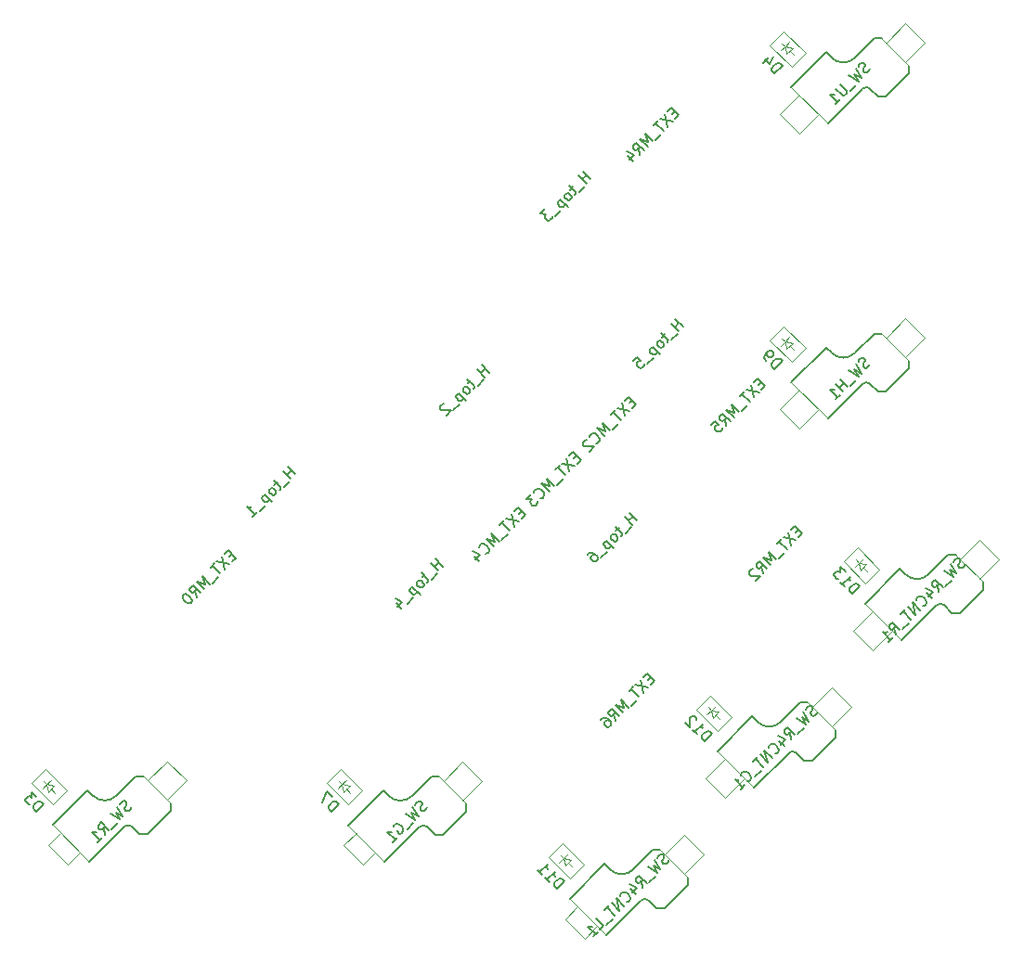
<source format=gbr>
G04 #@! TF.GenerationSoftware,KiCad,Pcbnew,8.0.5*
G04 #@! TF.CreationDate,2024-09-18T07:32:08+09:00*
G04 #@! TF.ProjectId,SandyLP_Middle,53616e64-794c-4505-9f4d-6964646c652e,v.0*
G04 #@! TF.SameCoordinates,Original*
G04 #@! TF.FileFunction,AssemblyDrawing,Bot*
%FSLAX46Y46*%
G04 Gerber Fmt 4.6, Leading zero omitted, Abs format (unit mm)*
G04 Created by KiCad (PCBNEW 8.0.5) date 2024-09-18 07:32:08*
%MOMM*%
%LPD*%
G01*
G04 APERTURE LIST*
%ADD10C,0.150000*%
%ADD11C,0.120000*%
%ADD12C,0.100000*%
G04 APERTURE END LIST*
D10*
X199041512Y-69880904D02*
X198974168Y-70015591D01*
X198974168Y-70015591D02*
X198805809Y-70183950D01*
X198805809Y-70183950D02*
X198704794Y-70217622D01*
X198704794Y-70217622D02*
X198637451Y-70217622D01*
X198637451Y-70217622D02*
X198536435Y-70183950D01*
X198536435Y-70183950D02*
X198469092Y-70116606D01*
X198469092Y-70116606D02*
X198435420Y-70015591D01*
X198435420Y-70015591D02*
X198435420Y-69948248D01*
X198435420Y-69948248D02*
X198469092Y-69847232D01*
X198469092Y-69847232D02*
X198570107Y-69678874D01*
X198570107Y-69678874D02*
X198603779Y-69577858D01*
X198603779Y-69577858D02*
X198603779Y-69510515D01*
X198603779Y-69510515D02*
X198570107Y-69409500D01*
X198570107Y-69409500D02*
X198502764Y-69342156D01*
X198502764Y-69342156D02*
X198401748Y-69308484D01*
X198401748Y-69308484D02*
X198334405Y-69308484D01*
X198334405Y-69308484D02*
X198233390Y-69342156D01*
X198233390Y-69342156D02*
X198065031Y-69510515D01*
X198065031Y-69510515D02*
X197997687Y-69645202D01*
X197728313Y-69847232D02*
X198267061Y-70722698D01*
X198267061Y-70722698D02*
X197627298Y-70352309D01*
X197627298Y-70352309D02*
X197997687Y-70992072D01*
X197997687Y-70992072D02*
X197122222Y-70453324D01*
X197795657Y-71328789D02*
X197256909Y-71867537D01*
X196617145Y-72372614D02*
X196516130Y-71800194D01*
X197021206Y-71968553D02*
X196314100Y-71261446D01*
X196314100Y-71261446D02*
X196044726Y-71530820D01*
X196044726Y-71530820D02*
X196011054Y-71631835D01*
X196011054Y-71631835D02*
X196011054Y-71699179D01*
X196011054Y-71699179D02*
X196044726Y-71800194D01*
X196044726Y-71800194D02*
X196145741Y-71901209D01*
X196145741Y-71901209D02*
X196246756Y-71934881D01*
X196246756Y-71934881D02*
X196314100Y-71934881D01*
X196314100Y-71934881D02*
X196415115Y-71901209D01*
X196415115Y-71901209D02*
X196684489Y-71631835D01*
X195539649Y-72507301D02*
X196011054Y-72978705D01*
X195438634Y-72069568D02*
X196112069Y-72406286D01*
X196112069Y-72406286D02*
X195674336Y-72844018D01*
X195169260Y-73685812D02*
X195236604Y-73685812D01*
X195236604Y-73685812D02*
X195371291Y-73618469D01*
X195371291Y-73618469D02*
X195438634Y-73551125D01*
X195438634Y-73551125D02*
X195505978Y-73416438D01*
X195505978Y-73416438D02*
X195505978Y-73281751D01*
X195505978Y-73281751D02*
X195472306Y-73180736D01*
X195472306Y-73180736D02*
X195371291Y-73012377D01*
X195371291Y-73012377D02*
X195270275Y-72911362D01*
X195270275Y-72911362D02*
X195101917Y-72810347D01*
X195101917Y-72810347D02*
X195000901Y-72776675D01*
X195000901Y-72776675D02*
X194866214Y-72776675D01*
X194866214Y-72776675D02*
X194731527Y-72844018D01*
X194731527Y-72844018D02*
X194664184Y-72911362D01*
X194664184Y-72911362D02*
X194596840Y-73046049D01*
X194596840Y-73046049D02*
X194596840Y-73113392D01*
X194933558Y-74056201D02*
X194226451Y-73349095D01*
X194226451Y-73349095D02*
X194529497Y-74460262D01*
X194529497Y-74460262D02*
X193822390Y-73753156D01*
X193586688Y-73988858D02*
X193182627Y-74392919D01*
X194091764Y-74897995D02*
X193384657Y-74190888D01*
X193889733Y-75234713D02*
X193350985Y-75773461D01*
X192711222Y-76278537D02*
X192610207Y-75706118D01*
X193115283Y-75874476D02*
X192408176Y-75167370D01*
X192408176Y-75167370D02*
X192138802Y-75436744D01*
X192138802Y-75436744D02*
X192105130Y-75537759D01*
X192105130Y-75537759D02*
X192105130Y-75605102D01*
X192105130Y-75605102D02*
X192138802Y-75706118D01*
X192138802Y-75706118D02*
X192239817Y-75807133D01*
X192239817Y-75807133D02*
X192340833Y-75840805D01*
X192340833Y-75840805D02*
X192408176Y-75840805D01*
X192408176Y-75840805D02*
X192509191Y-75807133D01*
X192509191Y-75807133D02*
X192778565Y-75537759D01*
X192037787Y-76951972D02*
X192441848Y-76547911D01*
X192239817Y-76749942D02*
X191532711Y-76042835D01*
X191532711Y-76042835D02*
X191701069Y-76076507D01*
X191701069Y-76076507D02*
X191835756Y-76076507D01*
X191835756Y-76076507D02*
X191936772Y-76042835D01*
X190370193Y-24670685D02*
X190302850Y-24805372D01*
X190302850Y-24805372D02*
X190134491Y-24973731D01*
X190134491Y-24973731D02*
X190033476Y-25007403D01*
X190033476Y-25007403D02*
X189966132Y-25007403D01*
X189966132Y-25007403D02*
X189865117Y-24973731D01*
X189865117Y-24973731D02*
X189797774Y-24906388D01*
X189797774Y-24906388D02*
X189764102Y-24805372D01*
X189764102Y-24805372D02*
X189764102Y-24738029D01*
X189764102Y-24738029D02*
X189797774Y-24637014D01*
X189797774Y-24637014D02*
X189898789Y-24468655D01*
X189898789Y-24468655D02*
X189932461Y-24367640D01*
X189932461Y-24367640D02*
X189932461Y-24300296D01*
X189932461Y-24300296D02*
X189898789Y-24199281D01*
X189898789Y-24199281D02*
X189831445Y-24131937D01*
X189831445Y-24131937D02*
X189730430Y-24098266D01*
X189730430Y-24098266D02*
X189663087Y-24098266D01*
X189663087Y-24098266D02*
X189562071Y-24131937D01*
X189562071Y-24131937D02*
X189393713Y-24300296D01*
X189393713Y-24300296D02*
X189326369Y-24434983D01*
X189056995Y-24637014D02*
X189595743Y-25512479D01*
X189595743Y-25512479D02*
X188955980Y-25142090D01*
X188955980Y-25142090D02*
X189326369Y-25781853D01*
X189326369Y-25781853D02*
X188450904Y-25243105D01*
X189124339Y-26118571D02*
X188585591Y-26657319D01*
X187642781Y-26051227D02*
X188215201Y-26623647D01*
X188215201Y-26623647D02*
X188248873Y-26724662D01*
X188248873Y-26724662D02*
X188248873Y-26792006D01*
X188248873Y-26792006D02*
X188215201Y-26893021D01*
X188215201Y-26893021D02*
X188080514Y-27027708D01*
X188080514Y-27027708D02*
X187979499Y-27061380D01*
X187979499Y-27061380D02*
X187912155Y-27061380D01*
X187912155Y-27061380D02*
X187811140Y-27027708D01*
X187811140Y-27027708D02*
X187238720Y-26455288D01*
X187238720Y-27869502D02*
X187642781Y-27465441D01*
X187440751Y-27667471D02*
X186733644Y-26960365D01*
X186733644Y-26960365D02*
X186902003Y-26994036D01*
X186902003Y-26994036D02*
X187036690Y-26994036D01*
X187036690Y-26994036D02*
X187137705Y-26960365D01*
X149959912Y-92057148D02*
X149892568Y-92191835D01*
X149892568Y-92191835D02*
X149724210Y-92360194D01*
X149724210Y-92360194D02*
X149623194Y-92393865D01*
X149623194Y-92393865D02*
X149555851Y-92393865D01*
X149555851Y-92393865D02*
X149454836Y-92360194D01*
X149454836Y-92360194D02*
X149387492Y-92292850D01*
X149387492Y-92292850D02*
X149353820Y-92191835D01*
X149353820Y-92191835D02*
X149353820Y-92124491D01*
X149353820Y-92124491D02*
X149387492Y-92023476D01*
X149387492Y-92023476D02*
X149488507Y-91855117D01*
X149488507Y-91855117D02*
X149522179Y-91754102D01*
X149522179Y-91754102D02*
X149522179Y-91686759D01*
X149522179Y-91686759D02*
X149488507Y-91585743D01*
X149488507Y-91585743D02*
X149421164Y-91518400D01*
X149421164Y-91518400D02*
X149320149Y-91484728D01*
X149320149Y-91484728D02*
X149252805Y-91484728D01*
X149252805Y-91484728D02*
X149151790Y-91518400D01*
X149151790Y-91518400D02*
X148983431Y-91686759D01*
X148983431Y-91686759D02*
X148916088Y-91821446D01*
X148646714Y-92023476D02*
X149185462Y-92898942D01*
X149185462Y-92898942D02*
X148545698Y-92528552D01*
X148545698Y-92528552D02*
X148916088Y-93168316D01*
X148916088Y-93168316D02*
X148040622Y-92629568D01*
X148714057Y-93505033D02*
X148175309Y-94043781D01*
X146895782Y-93841751D02*
X146929454Y-93740736D01*
X146929454Y-93740736D02*
X147030469Y-93639720D01*
X147030469Y-93639720D02*
X147165156Y-93572377D01*
X147165156Y-93572377D02*
X147299843Y-93572377D01*
X147299843Y-93572377D02*
X147400859Y-93606049D01*
X147400859Y-93606049D02*
X147569217Y-93707064D01*
X147569217Y-93707064D02*
X147670233Y-93808079D01*
X147670233Y-93808079D02*
X147771248Y-93976438D01*
X147771248Y-93976438D02*
X147804920Y-94077453D01*
X147804920Y-94077453D02*
X147804920Y-94212140D01*
X147804920Y-94212140D02*
X147737576Y-94346827D01*
X147737576Y-94346827D02*
X147670233Y-94414171D01*
X147670233Y-94414171D02*
X147535546Y-94481514D01*
X147535546Y-94481514D02*
X147468202Y-94481514D01*
X147468202Y-94481514D02*
X147232500Y-94245812D01*
X147232500Y-94245812D02*
X147367187Y-94111125D01*
X146862111Y-95222293D02*
X147266172Y-94818232D01*
X147064141Y-95020262D02*
X146357034Y-94313155D01*
X146357034Y-94313155D02*
X146525393Y-94346827D01*
X146525393Y-94346827D02*
X146660080Y-94346827D01*
X146660080Y-94346827D02*
X146761095Y-94313155D01*
X190370193Y-51611454D02*
X190302850Y-51746141D01*
X190302850Y-51746141D02*
X190134491Y-51914500D01*
X190134491Y-51914500D02*
X190033476Y-51948172D01*
X190033476Y-51948172D02*
X189966132Y-51948172D01*
X189966132Y-51948172D02*
X189865117Y-51914500D01*
X189865117Y-51914500D02*
X189797774Y-51847157D01*
X189797774Y-51847157D02*
X189764102Y-51746141D01*
X189764102Y-51746141D02*
X189764102Y-51678798D01*
X189764102Y-51678798D02*
X189797774Y-51577783D01*
X189797774Y-51577783D02*
X189898789Y-51409424D01*
X189898789Y-51409424D02*
X189932461Y-51308409D01*
X189932461Y-51308409D02*
X189932461Y-51241065D01*
X189932461Y-51241065D02*
X189898789Y-51140050D01*
X189898789Y-51140050D02*
X189831445Y-51072706D01*
X189831445Y-51072706D02*
X189730430Y-51039035D01*
X189730430Y-51039035D02*
X189663087Y-51039035D01*
X189663087Y-51039035D02*
X189562071Y-51072706D01*
X189562071Y-51072706D02*
X189393713Y-51241065D01*
X189393713Y-51241065D02*
X189326369Y-51375752D01*
X189056995Y-51577783D02*
X189595743Y-52453248D01*
X189595743Y-52453248D02*
X188955980Y-52082859D01*
X188955980Y-52082859D02*
X189326369Y-52722622D01*
X189326369Y-52722622D02*
X188450904Y-52183874D01*
X189124339Y-53059340D02*
X188585591Y-53598088D01*
X188349888Y-53699103D02*
X187642781Y-52991996D01*
X187979499Y-53328714D02*
X187575438Y-53732775D01*
X187945827Y-54103164D02*
X187238720Y-53396057D01*
X187238720Y-54810271D02*
X187642781Y-54406210D01*
X187440751Y-54608240D02*
X186733644Y-53901134D01*
X186733644Y-53901134D02*
X186902003Y-53934805D01*
X186902003Y-53934805D02*
X187036690Y-53934805D01*
X187036690Y-53934805D02*
X187137705Y-53901134D01*
X123001437Y-92039442D02*
X122934093Y-92174129D01*
X122934093Y-92174129D02*
X122765735Y-92342488D01*
X122765735Y-92342488D02*
X122664719Y-92376159D01*
X122664719Y-92376159D02*
X122597376Y-92376159D01*
X122597376Y-92376159D02*
X122496361Y-92342488D01*
X122496361Y-92342488D02*
X122429017Y-92275144D01*
X122429017Y-92275144D02*
X122395345Y-92174129D01*
X122395345Y-92174129D02*
X122395345Y-92106785D01*
X122395345Y-92106785D02*
X122429017Y-92005770D01*
X122429017Y-92005770D02*
X122530032Y-91837411D01*
X122530032Y-91837411D02*
X122563704Y-91736396D01*
X122563704Y-91736396D02*
X122563704Y-91669053D01*
X122563704Y-91669053D02*
X122530032Y-91568037D01*
X122530032Y-91568037D02*
X122462689Y-91500694D01*
X122462689Y-91500694D02*
X122361674Y-91467022D01*
X122361674Y-91467022D02*
X122294330Y-91467022D01*
X122294330Y-91467022D02*
X122193315Y-91500694D01*
X122193315Y-91500694D02*
X122024956Y-91669053D01*
X122024956Y-91669053D02*
X121957613Y-91803740D01*
X121688239Y-92005770D02*
X122226987Y-92881236D01*
X122226987Y-92881236D02*
X121587223Y-92510846D01*
X121587223Y-92510846D02*
X121957613Y-93150610D01*
X121957613Y-93150610D02*
X121082147Y-92611862D01*
X121755582Y-93487327D02*
X121216834Y-94026075D01*
X120577071Y-94531152D02*
X120476055Y-93958732D01*
X120981132Y-94127091D02*
X120274025Y-93419984D01*
X120274025Y-93419984D02*
X120004651Y-93689358D01*
X120004651Y-93689358D02*
X119970979Y-93790373D01*
X119970979Y-93790373D02*
X119970979Y-93857717D01*
X119970979Y-93857717D02*
X120004651Y-93958732D01*
X120004651Y-93958732D02*
X120105666Y-94059747D01*
X120105666Y-94059747D02*
X120206681Y-94093419D01*
X120206681Y-94093419D02*
X120274025Y-94093419D01*
X120274025Y-94093419D02*
X120375040Y-94059747D01*
X120375040Y-94059747D02*
X120644414Y-93790373D01*
X119903636Y-95204587D02*
X120307697Y-94800526D01*
X120105666Y-95002556D02*
X119398559Y-94295449D01*
X119398559Y-94295449D02*
X119566918Y-94329121D01*
X119566918Y-94329121D02*
X119701605Y-94329121D01*
X119701605Y-94329121D02*
X119802620Y-94295449D01*
X172033400Y-96889016D02*
X171966057Y-97023703D01*
X171966057Y-97023703D02*
X171797698Y-97192061D01*
X171797698Y-97192061D02*
X171696683Y-97225733D01*
X171696683Y-97225733D02*
X171629339Y-97225733D01*
X171629339Y-97225733D02*
X171528324Y-97192061D01*
X171528324Y-97192061D02*
X171460980Y-97124718D01*
X171460980Y-97124718D02*
X171427309Y-97023703D01*
X171427309Y-97023703D02*
X171427309Y-96956359D01*
X171427309Y-96956359D02*
X171460980Y-96855344D01*
X171460980Y-96855344D02*
X171561996Y-96686985D01*
X171561996Y-96686985D02*
X171595667Y-96585970D01*
X171595667Y-96585970D02*
X171595667Y-96518626D01*
X171595667Y-96518626D02*
X171561996Y-96417611D01*
X171561996Y-96417611D02*
X171494652Y-96350268D01*
X171494652Y-96350268D02*
X171393637Y-96316596D01*
X171393637Y-96316596D02*
X171326293Y-96316596D01*
X171326293Y-96316596D02*
X171225278Y-96350268D01*
X171225278Y-96350268D02*
X171056919Y-96518626D01*
X171056919Y-96518626D02*
X170989576Y-96653313D01*
X170720202Y-96855344D02*
X171258950Y-97730809D01*
X171258950Y-97730809D02*
X170619187Y-97360420D01*
X170619187Y-97360420D02*
X170989576Y-98000183D01*
X170989576Y-98000183D02*
X170114110Y-97461435D01*
X170787545Y-98336901D02*
X170248797Y-98875649D01*
X169609034Y-99380725D02*
X169508019Y-98808305D01*
X170013095Y-98976664D02*
X169305988Y-98269557D01*
X169305988Y-98269557D02*
X169036614Y-98538931D01*
X169036614Y-98538931D02*
X169002942Y-98639947D01*
X169002942Y-98639947D02*
X169002942Y-98707290D01*
X169002942Y-98707290D02*
X169036614Y-98808305D01*
X169036614Y-98808305D02*
X169137629Y-98909321D01*
X169137629Y-98909321D02*
X169238645Y-98942992D01*
X169238645Y-98942992D02*
X169305988Y-98942992D01*
X169305988Y-98942992D02*
X169407003Y-98909321D01*
X169407003Y-98909321D02*
X169676378Y-98639947D01*
X168531538Y-99515412D02*
X169002942Y-99986817D01*
X168430523Y-99077679D02*
X169103958Y-99414397D01*
X169103958Y-99414397D02*
X168666225Y-99852130D01*
X168161149Y-100693924D02*
X168228492Y-100693924D01*
X168228492Y-100693924D02*
X168363179Y-100626580D01*
X168363179Y-100626580D02*
X168430523Y-100559237D01*
X168430523Y-100559237D02*
X168497866Y-100424550D01*
X168497866Y-100424550D02*
X168497866Y-100289863D01*
X168497866Y-100289863D02*
X168464194Y-100188847D01*
X168464194Y-100188847D02*
X168363179Y-100020489D01*
X168363179Y-100020489D02*
X168262164Y-99919473D01*
X168262164Y-99919473D02*
X168093805Y-99818458D01*
X168093805Y-99818458D02*
X167992790Y-99784786D01*
X167992790Y-99784786D02*
X167858103Y-99784786D01*
X167858103Y-99784786D02*
X167723416Y-99852130D01*
X167723416Y-99852130D02*
X167656072Y-99919473D01*
X167656072Y-99919473D02*
X167588729Y-100054160D01*
X167588729Y-100054160D02*
X167588729Y-100121504D01*
X167925446Y-101064313D02*
X167218340Y-100357206D01*
X167218340Y-100357206D02*
X167521385Y-101468374D01*
X167521385Y-101468374D02*
X166814279Y-100761267D01*
X166578576Y-100996969D02*
X166174515Y-101401030D01*
X167083653Y-101906107D02*
X166376546Y-101199000D01*
X166881622Y-102242824D02*
X166342874Y-102781572D01*
X165770454Y-103219305D02*
X166107172Y-102882588D01*
X166107172Y-102882588D02*
X165400065Y-102175481D01*
X165164362Y-103825397D02*
X165568423Y-103421336D01*
X165366393Y-103623366D02*
X164659286Y-102916260D01*
X164659286Y-102916260D02*
X164827645Y-102949931D01*
X164827645Y-102949931D02*
X164962332Y-102949931D01*
X164962332Y-102949931D02*
X165063347Y-102916260D01*
X185571128Y-83351288D02*
X185503784Y-83485975D01*
X185503784Y-83485975D02*
X185335425Y-83654334D01*
X185335425Y-83654334D02*
X185234410Y-83688006D01*
X185234410Y-83688006D02*
X185167067Y-83688006D01*
X185167067Y-83688006D02*
X185066051Y-83654334D01*
X185066051Y-83654334D02*
X184998708Y-83586990D01*
X184998708Y-83586990D02*
X184965036Y-83485975D01*
X184965036Y-83485975D02*
X184965036Y-83418632D01*
X184965036Y-83418632D02*
X184998708Y-83317616D01*
X184998708Y-83317616D02*
X185099723Y-83149258D01*
X185099723Y-83149258D02*
X185133395Y-83048242D01*
X185133395Y-83048242D02*
X185133395Y-82980899D01*
X185133395Y-82980899D02*
X185099723Y-82879884D01*
X185099723Y-82879884D02*
X185032380Y-82812540D01*
X185032380Y-82812540D02*
X184931364Y-82778868D01*
X184931364Y-82778868D02*
X184864021Y-82778868D01*
X184864021Y-82778868D02*
X184763006Y-82812540D01*
X184763006Y-82812540D02*
X184594647Y-82980899D01*
X184594647Y-82980899D02*
X184527303Y-83115586D01*
X184257929Y-83317616D02*
X184796677Y-84193082D01*
X184796677Y-84193082D02*
X184156914Y-83822693D01*
X184156914Y-83822693D02*
X184527303Y-84462456D01*
X184527303Y-84462456D02*
X183651838Y-83923708D01*
X184325273Y-84799173D02*
X183786525Y-85337921D01*
X183146761Y-85842998D02*
X183045746Y-85270578D01*
X183550822Y-85438937D02*
X182843716Y-84731830D01*
X182843716Y-84731830D02*
X182574342Y-85001204D01*
X182574342Y-85001204D02*
X182540670Y-85102219D01*
X182540670Y-85102219D02*
X182540670Y-85169563D01*
X182540670Y-85169563D02*
X182574342Y-85270578D01*
X182574342Y-85270578D02*
X182675357Y-85371593D01*
X182675357Y-85371593D02*
X182776372Y-85405265D01*
X182776372Y-85405265D02*
X182843716Y-85405265D01*
X182843716Y-85405265D02*
X182944731Y-85371593D01*
X182944731Y-85371593D02*
X183214105Y-85102219D01*
X182069265Y-85977685D02*
X182540670Y-86449089D01*
X181968250Y-85539952D02*
X182641685Y-85876670D01*
X182641685Y-85876670D02*
X182203952Y-86314402D01*
X181698876Y-87156196D02*
X181766220Y-87156196D01*
X181766220Y-87156196D02*
X181900907Y-87088853D01*
X181900907Y-87088853D02*
X181968250Y-87021509D01*
X181968250Y-87021509D02*
X182035594Y-86886822D01*
X182035594Y-86886822D02*
X182035594Y-86752135D01*
X182035594Y-86752135D02*
X182001922Y-86651120D01*
X182001922Y-86651120D02*
X181900907Y-86482761D01*
X181900907Y-86482761D02*
X181799891Y-86381746D01*
X181799891Y-86381746D02*
X181631533Y-86280731D01*
X181631533Y-86280731D02*
X181530517Y-86247059D01*
X181530517Y-86247059D02*
X181395830Y-86247059D01*
X181395830Y-86247059D02*
X181261143Y-86314402D01*
X181261143Y-86314402D02*
X181193800Y-86381746D01*
X181193800Y-86381746D02*
X181126456Y-86516433D01*
X181126456Y-86516433D02*
X181126456Y-86583776D01*
X181463174Y-87526585D02*
X180756067Y-86819479D01*
X180756067Y-86819479D02*
X181059113Y-87930646D01*
X181059113Y-87930646D02*
X180352006Y-87223540D01*
X180116304Y-87459242D02*
X179712243Y-87863303D01*
X180621380Y-88368379D02*
X179914273Y-87661272D01*
X180419349Y-88705097D02*
X179880601Y-89243845D01*
X179173494Y-89681578D02*
X179240838Y-89681578D01*
X179240838Y-89681578D02*
X179375525Y-89614234D01*
X179375525Y-89614234D02*
X179442868Y-89546891D01*
X179442868Y-89546891D02*
X179510212Y-89412204D01*
X179510212Y-89412204D02*
X179510212Y-89277517D01*
X179510212Y-89277517D02*
X179476540Y-89176502D01*
X179476540Y-89176502D02*
X179375525Y-89008143D01*
X179375525Y-89008143D02*
X179274510Y-88907128D01*
X179274510Y-88907128D02*
X179106151Y-88806112D01*
X179106151Y-88806112D02*
X179005136Y-88772441D01*
X179005136Y-88772441D02*
X178870449Y-88772441D01*
X178870449Y-88772441D02*
X178735762Y-88839784D01*
X178735762Y-88839784D02*
X178668418Y-88907128D01*
X178668418Y-88907128D02*
X178601075Y-89041815D01*
X178601075Y-89041815D02*
X178601075Y-89109158D01*
X178567403Y-90422356D02*
X178971464Y-90018295D01*
X178769433Y-90220326D02*
X178062327Y-89513219D01*
X178062327Y-89513219D02*
X178230685Y-89546891D01*
X178230685Y-89546891D02*
X178365372Y-89546891D01*
X178365372Y-89546891D02*
X178466388Y-89513219D01*
X151440914Y-70066625D02*
X150733807Y-69359518D01*
X151070525Y-69696236D02*
X150666464Y-70100297D01*
X151036853Y-70470686D02*
X150329746Y-69763580D01*
X150935838Y-70706389D02*
X150397090Y-71245137D01*
X149790998Y-70773732D02*
X149521624Y-71043106D01*
X149454281Y-70639045D02*
X150060372Y-71245137D01*
X150060372Y-71245137D02*
X150094044Y-71346152D01*
X150094044Y-71346152D02*
X150060372Y-71447167D01*
X150060372Y-71447167D02*
X149993029Y-71514511D01*
X149656311Y-71851229D02*
X149689982Y-71750213D01*
X149689982Y-71750213D02*
X149689982Y-71682870D01*
X149689982Y-71682870D02*
X149656311Y-71581855D01*
X149656311Y-71581855D02*
X149454280Y-71379824D01*
X149454280Y-71379824D02*
X149353265Y-71346152D01*
X149353265Y-71346152D02*
X149285921Y-71346152D01*
X149285921Y-71346152D02*
X149184906Y-71379824D01*
X149184906Y-71379824D02*
X149083891Y-71480839D01*
X149083891Y-71480839D02*
X149050219Y-71581855D01*
X149050219Y-71581855D02*
X149050219Y-71649198D01*
X149050219Y-71649198D02*
X149083891Y-71750213D01*
X149083891Y-71750213D02*
X149285921Y-71952244D01*
X149285921Y-71952244D02*
X149386937Y-71985916D01*
X149386937Y-71985916D02*
X149454280Y-71985916D01*
X149454280Y-71985916D02*
X149555295Y-71952244D01*
X149555295Y-71952244D02*
X149656311Y-71851229D01*
X148646158Y-71918572D02*
X149353265Y-72625679D01*
X148679830Y-71952244D02*
X148578815Y-71985916D01*
X148578815Y-71985916D02*
X148444128Y-72120603D01*
X148444128Y-72120603D02*
X148410456Y-72221618D01*
X148410456Y-72221618D02*
X148410456Y-72288961D01*
X148410456Y-72288961D02*
X148444128Y-72389977D01*
X148444128Y-72389977D02*
X148646158Y-72592007D01*
X148646158Y-72592007D02*
X148747173Y-72625679D01*
X148747173Y-72625679D02*
X148814517Y-72625679D01*
X148814517Y-72625679D02*
X148915532Y-72592007D01*
X148915532Y-72592007D02*
X149050219Y-72457320D01*
X149050219Y-72457320D02*
X149083891Y-72356305D01*
X148713502Y-72928725D02*
X148174754Y-73467473D01*
X147164601Y-73400129D02*
X147636005Y-73871534D01*
X147063586Y-72962397D02*
X147737021Y-73299114D01*
X147737021Y-73299114D02*
X147299288Y-73736847D01*
X155650409Y-52386746D02*
X154943302Y-51679639D01*
X155280020Y-52016357D02*
X154875959Y-52420418D01*
X155246348Y-52790807D02*
X154539241Y-52083701D01*
X155145333Y-53026510D02*
X154606585Y-53565258D01*
X154000493Y-53093853D02*
X153731119Y-53363227D01*
X153663776Y-52959166D02*
X154269867Y-53565258D01*
X154269867Y-53565258D02*
X154303539Y-53666273D01*
X154303539Y-53666273D02*
X154269867Y-53767288D01*
X154269867Y-53767288D02*
X154202524Y-53834632D01*
X153865806Y-54171350D02*
X153899477Y-54070334D01*
X153899477Y-54070334D02*
X153899477Y-54002991D01*
X153899477Y-54002991D02*
X153865806Y-53901976D01*
X153865806Y-53901976D02*
X153663775Y-53699945D01*
X153663775Y-53699945D02*
X153562760Y-53666273D01*
X153562760Y-53666273D02*
X153495416Y-53666273D01*
X153495416Y-53666273D02*
X153394401Y-53699945D01*
X153394401Y-53699945D02*
X153293386Y-53800960D01*
X153293386Y-53800960D02*
X153259714Y-53901976D01*
X153259714Y-53901976D02*
X153259714Y-53969319D01*
X153259714Y-53969319D02*
X153293386Y-54070334D01*
X153293386Y-54070334D02*
X153495416Y-54272365D01*
X153495416Y-54272365D02*
X153596432Y-54306037D01*
X153596432Y-54306037D02*
X153663775Y-54306037D01*
X153663775Y-54306037D02*
X153764790Y-54272365D01*
X153764790Y-54272365D02*
X153865806Y-54171350D01*
X152855653Y-54238693D02*
X153562760Y-54945800D01*
X152889325Y-54272365D02*
X152788310Y-54306037D01*
X152788310Y-54306037D02*
X152653623Y-54440724D01*
X152653623Y-54440724D02*
X152619951Y-54541739D01*
X152619951Y-54541739D02*
X152619951Y-54609082D01*
X152619951Y-54609082D02*
X152653623Y-54710098D01*
X152653623Y-54710098D02*
X152855653Y-54912128D01*
X152855653Y-54912128D02*
X152956668Y-54945800D01*
X152956668Y-54945800D02*
X153024012Y-54945800D01*
X153024012Y-54945800D02*
X153125027Y-54912128D01*
X153125027Y-54912128D02*
X153259714Y-54777441D01*
X153259714Y-54777441D02*
X153293386Y-54676426D01*
X152922997Y-55248846D02*
X152384249Y-55787594D01*
X151542455Y-55215174D02*
X151475111Y-55215174D01*
X151475111Y-55215174D02*
X151374096Y-55248846D01*
X151374096Y-55248846D02*
X151205737Y-55417205D01*
X151205737Y-55417205D02*
X151172065Y-55518220D01*
X151172065Y-55518220D02*
X151172065Y-55585563D01*
X151172065Y-55585563D02*
X151205737Y-55686579D01*
X151205737Y-55686579D02*
X151273081Y-55753922D01*
X151273081Y-55753922D02*
X151407768Y-55821266D01*
X151407768Y-55821266D02*
X152215890Y-55821266D01*
X152215890Y-55821266D02*
X151778157Y-56258998D01*
X181662071Y-25091898D02*
X182369177Y-24384791D01*
X182369177Y-24384791D02*
X182200819Y-24216432D01*
X182200819Y-24216432D02*
X182066132Y-24149089D01*
X182066132Y-24149089D02*
X181931445Y-24149089D01*
X181931445Y-24149089D02*
X181830429Y-24182761D01*
X181830429Y-24182761D02*
X181662071Y-24283776D01*
X181662071Y-24283776D02*
X181561055Y-24384791D01*
X181561055Y-24384791D02*
X181460040Y-24553150D01*
X181460040Y-24553150D02*
X181426368Y-24654165D01*
X181426368Y-24654165D02*
X181426368Y-24788852D01*
X181426368Y-24788852D02*
X181493712Y-24923539D01*
X181493712Y-24923539D02*
X181662071Y-25091898D01*
X181123323Y-23610341D02*
X180651918Y-24081745D01*
X181561055Y-23509326D02*
X181224338Y-24182761D01*
X181224338Y-24182761D02*
X180786605Y-23745028D01*
X188733981Y-72574961D02*
X189441087Y-71867854D01*
X189441087Y-71867854D02*
X189272729Y-71699495D01*
X189272729Y-71699495D02*
X189138042Y-71632152D01*
X189138042Y-71632152D02*
X189003355Y-71632152D01*
X189003355Y-71632152D02*
X188902339Y-71665824D01*
X188902339Y-71665824D02*
X188733981Y-71766839D01*
X188733981Y-71766839D02*
X188632965Y-71867854D01*
X188632965Y-71867854D02*
X188531950Y-72036213D01*
X188531950Y-72036213D02*
X188498278Y-72137228D01*
X188498278Y-72137228D02*
X188498278Y-72271915D01*
X188498278Y-72271915D02*
X188565622Y-72406602D01*
X188565622Y-72406602D02*
X188733981Y-72574961D01*
X187656485Y-71497465D02*
X188060546Y-71901526D01*
X187858515Y-71699495D02*
X188565622Y-70992389D01*
X188565622Y-70992389D02*
X188531950Y-71160747D01*
X188531950Y-71160747D02*
X188531950Y-71295434D01*
X188531950Y-71295434D02*
X188565622Y-71396450D01*
X188127889Y-70554656D02*
X187690156Y-70116923D01*
X187690156Y-70116923D02*
X187656484Y-70621999D01*
X187656484Y-70621999D02*
X187555469Y-70520984D01*
X187555469Y-70520984D02*
X187454454Y-70487312D01*
X187454454Y-70487312D02*
X187387110Y-70487312D01*
X187387110Y-70487312D02*
X187286095Y-70520984D01*
X187286095Y-70520984D02*
X187117736Y-70689343D01*
X187117736Y-70689343D02*
X187084065Y-70790358D01*
X187084065Y-70790358D02*
X187084065Y-70857701D01*
X187084065Y-70857701D02*
X187117736Y-70958717D01*
X187117736Y-70958717D02*
X187319767Y-71160747D01*
X187319767Y-71160747D02*
X187420782Y-71194419D01*
X187420782Y-71194419D02*
X187488126Y-71194419D01*
X169120793Y-65857130D02*
X168413686Y-65150023D01*
X168750404Y-65486741D02*
X168346343Y-65890802D01*
X168716732Y-66261191D02*
X168009625Y-65554085D01*
X168615717Y-66496894D02*
X168076969Y-67035642D01*
X167470877Y-66564237D02*
X167201503Y-66833611D01*
X167134160Y-66429550D02*
X167740251Y-67035642D01*
X167740251Y-67035642D02*
X167773923Y-67136657D01*
X167773923Y-67136657D02*
X167740251Y-67237672D01*
X167740251Y-67237672D02*
X167672908Y-67305016D01*
X167336190Y-67641734D02*
X167369861Y-67540718D01*
X167369861Y-67540718D02*
X167369861Y-67473375D01*
X167369861Y-67473375D02*
X167336190Y-67372360D01*
X167336190Y-67372360D02*
X167134159Y-67170329D01*
X167134159Y-67170329D02*
X167033144Y-67136657D01*
X167033144Y-67136657D02*
X166965800Y-67136657D01*
X166965800Y-67136657D02*
X166864785Y-67170329D01*
X166864785Y-67170329D02*
X166763770Y-67271344D01*
X166763770Y-67271344D02*
X166730098Y-67372360D01*
X166730098Y-67372360D02*
X166730098Y-67439703D01*
X166730098Y-67439703D02*
X166763770Y-67540718D01*
X166763770Y-67540718D02*
X166965800Y-67742749D01*
X166965800Y-67742749D02*
X167066816Y-67776421D01*
X167066816Y-67776421D02*
X167134159Y-67776421D01*
X167134159Y-67776421D02*
X167235174Y-67742749D01*
X167235174Y-67742749D02*
X167336190Y-67641734D01*
X166326037Y-67709077D02*
X167033144Y-68416184D01*
X166359709Y-67742749D02*
X166258694Y-67776421D01*
X166258694Y-67776421D02*
X166124007Y-67911108D01*
X166124007Y-67911108D02*
X166090335Y-68012123D01*
X166090335Y-68012123D02*
X166090335Y-68079466D01*
X166090335Y-68079466D02*
X166124007Y-68180482D01*
X166124007Y-68180482D02*
X166326037Y-68382512D01*
X166326037Y-68382512D02*
X166427052Y-68416184D01*
X166427052Y-68416184D02*
X166494396Y-68416184D01*
X166494396Y-68416184D02*
X166595411Y-68382512D01*
X166595411Y-68382512D02*
X166730098Y-68247825D01*
X166730098Y-68247825D02*
X166763770Y-68146810D01*
X166393381Y-68719230D02*
X165854633Y-69257978D01*
X164608778Y-68954932D02*
X164743465Y-68820245D01*
X164743465Y-68820245D02*
X164844480Y-68786573D01*
X164844480Y-68786573D02*
X164911823Y-68786573D01*
X164911823Y-68786573D02*
X165080182Y-68820245D01*
X165080182Y-68820245D02*
X165248541Y-68921260D01*
X165248541Y-68921260D02*
X165517915Y-69190634D01*
X165517915Y-69190634D02*
X165551587Y-69291650D01*
X165551587Y-69291650D02*
X165551587Y-69358993D01*
X165551587Y-69358993D02*
X165517915Y-69460008D01*
X165517915Y-69460008D02*
X165383228Y-69594695D01*
X165383228Y-69594695D02*
X165282213Y-69628367D01*
X165282213Y-69628367D02*
X165214869Y-69628367D01*
X165214869Y-69628367D02*
X165113854Y-69594695D01*
X165113854Y-69594695D02*
X164945495Y-69426337D01*
X164945495Y-69426337D02*
X164911823Y-69325321D01*
X164911823Y-69325321D02*
X164911823Y-69257978D01*
X164911823Y-69257978D02*
X164945495Y-69156963D01*
X164945495Y-69156963D02*
X165080182Y-69022276D01*
X165080182Y-69022276D02*
X165181197Y-68988604D01*
X165181197Y-68988604D02*
X165248541Y-68988604D01*
X165248541Y-68988604D02*
X165349556Y-69022276D01*
X175263597Y-86045345D02*
X175970703Y-85338238D01*
X175970703Y-85338238D02*
X175802345Y-85169879D01*
X175802345Y-85169879D02*
X175667658Y-85102536D01*
X175667658Y-85102536D02*
X175532971Y-85102536D01*
X175532971Y-85102536D02*
X175431955Y-85136208D01*
X175431955Y-85136208D02*
X175263597Y-85237223D01*
X175263597Y-85237223D02*
X175162581Y-85338238D01*
X175162581Y-85338238D02*
X175061566Y-85506597D01*
X175061566Y-85506597D02*
X175027894Y-85607612D01*
X175027894Y-85607612D02*
X175027894Y-85742299D01*
X175027894Y-85742299D02*
X175095238Y-85876986D01*
X175095238Y-85876986D02*
X175263597Y-86045345D01*
X174186101Y-84967849D02*
X174590162Y-85371910D01*
X174388131Y-85169879D02*
X175095238Y-84462773D01*
X175095238Y-84462773D02*
X175061566Y-84631131D01*
X175061566Y-84631131D02*
X175061566Y-84765818D01*
X175061566Y-84765818D02*
X175095238Y-84866834D01*
X174556490Y-84058711D02*
X174556490Y-83991368D01*
X174556490Y-83991368D02*
X174522818Y-83890353D01*
X174522818Y-83890353D02*
X174354459Y-83721994D01*
X174354459Y-83721994D02*
X174253444Y-83688322D01*
X174253444Y-83688322D02*
X174186100Y-83688322D01*
X174186100Y-83688322D02*
X174085085Y-83721994D01*
X174085085Y-83721994D02*
X174017742Y-83789337D01*
X174017742Y-83789337D02*
X173950398Y-83924024D01*
X173950398Y-83924024D02*
X173950398Y-84732146D01*
X173950398Y-84732146D02*
X173512665Y-84294414D01*
X114310150Y-92443819D02*
X115017256Y-91736712D01*
X115017256Y-91736712D02*
X114848898Y-91568353D01*
X114848898Y-91568353D02*
X114714211Y-91501010D01*
X114714211Y-91501010D02*
X114579524Y-91501010D01*
X114579524Y-91501010D02*
X114478508Y-91534682D01*
X114478508Y-91534682D02*
X114310150Y-91635697D01*
X114310150Y-91635697D02*
X114209134Y-91736712D01*
X114209134Y-91736712D02*
X114108119Y-91905071D01*
X114108119Y-91905071D02*
X114074447Y-92006086D01*
X114074447Y-92006086D02*
X114074447Y-92140773D01*
X114074447Y-92140773D02*
X114141791Y-92275460D01*
X114141791Y-92275460D02*
X114310150Y-92443819D01*
X114377493Y-91096949D02*
X113939760Y-90659216D01*
X113939760Y-90659216D02*
X113906089Y-91164292D01*
X113906089Y-91164292D02*
X113805073Y-91063277D01*
X113805073Y-91063277D02*
X113704058Y-91029605D01*
X113704058Y-91029605D02*
X113636715Y-91029605D01*
X113636715Y-91029605D02*
X113535699Y-91063277D01*
X113535699Y-91063277D02*
X113367341Y-91231636D01*
X113367341Y-91231636D02*
X113333669Y-91332651D01*
X113333669Y-91332651D02*
X113333669Y-91399995D01*
X113333669Y-91399995D02*
X113367341Y-91501010D01*
X113367341Y-91501010D02*
X113569371Y-91703040D01*
X113569371Y-91703040D02*
X113670386Y-91736712D01*
X113670386Y-91736712D02*
X113737730Y-91736712D01*
X170366648Y-80169309D02*
X170130946Y-80405011D01*
X170400320Y-80876415D02*
X170737037Y-80539698D01*
X170737037Y-80539698D02*
X170029931Y-79832591D01*
X170029931Y-79832591D02*
X169693213Y-80169309D01*
X169457511Y-80405011D02*
X169693213Y-81583522D01*
X168986106Y-80876416D02*
X170164617Y-81112118D01*
X168817747Y-81044774D02*
X168413686Y-81448835D01*
X169322824Y-81953912D02*
X168615717Y-81246805D01*
X169120793Y-82290629D02*
X168582045Y-82829377D01*
X168346343Y-82930393D02*
X167639236Y-82223286D01*
X167639236Y-82223286D02*
X167908610Y-82964065D01*
X167908610Y-82964065D02*
X167167831Y-82694690D01*
X167167831Y-82694690D02*
X167874938Y-83401797D01*
X167134160Y-84142576D02*
X167033144Y-83570156D01*
X167538221Y-83738515D02*
X166831114Y-83031408D01*
X166831114Y-83031408D02*
X166561740Y-83300782D01*
X166561740Y-83300782D02*
X166528068Y-83401797D01*
X166528068Y-83401797D02*
X166528068Y-83469141D01*
X166528068Y-83469141D02*
X166561740Y-83570156D01*
X166561740Y-83570156D02*
X166662755Y-83671171D01*
X166662755Y-83671171D02*
X166763770Y-83704843D01*
X166763770Y-83704843D02*
X166831114Y-83704843D01*
X166831114Y-83704843D02*
X166932129Y-83671171D01*
X166932129Y-83671171D02*
X167201503Y-83401797D01*
X165820961Y-84041560D02*
X165955648Y-83906873D01*
X165955648Y-83906873D02*
X166056664Y-83873202D01*
X166056664Y-83873202D02*
X166124007Y-83873202D01*
X166124007Y-83873202D02*
X166292366Y-83906873D01*
X166292366Y-83906873D02*
X166460725Y-84007889D01*
X166460725Y-84007889D02*
X166730099Y-84277263D01*
X166730099Y-84277263D02*
X166763770Y-84378278D01*
X166763770Y-84378278D02*
X166763770Y-84445621D01*
X166763770Y-84445621D02*
X166730099Y-84546637D01*
X166730099Y-84546637D02*
X166595412Y-84681324D01*
X166595412Y-84681324D02*
X166494396Y-84714995D01*
X166494396Y-84714995D02*
X166427053Y-84714995D01*
X166427053Y-84714995D02*
X166326038Y-84681324D01*
X166326038Y-84681324D02*
X166157679Y-84512965D01*
X166157679Y-84512965D02*
X166124007Y-84411950D01*
X166124007Y-84411950D02*
X166124007Y-84344606D01*
X166124007Y-84344606D02*
X166157679Y-84243591D01*
X166157679Y-84243591D02*
X166292366Y-84108904D01*
X166292366Y-84108904D02*
X166393381Y-84075232D01*
X166393381Y-84075232D02*
X166460725Y-84075232D01*
X166460725Y-84075232D02*
X166561740Y-84108904D01*
X141250919Y-92443819D02*
X141958025Y-91736712D01*
X141958025Y-91736712D02*
X141789667Y-91568353D01*
X141789667Y-91568353D02*
X141654980Y-91501010D01*
X141654980Y-91501010D02*
X141520293Y-91501010D01*
X141520293Y-91501010D02*
X141419277Y-91534682D01*
X141419277Y-91534682D02*
X141250919Y-91635697D01*
X141250919Y-91635697D02*
X141149903Y-91736712D01*
X141149903Y-91736712D02*
X141048888Y-91905071D01*
X141048888Y-91905071D02*
X141015216Y-92006086D01*
X141015216Y-92006086D02*
X141015216Y-92140773D01*
X141015216Y-92140773D02*
X141082560Y-92275460D01*
X141082560Y-92275460D02*
X141250919Y-92443819D01*
X141318262Y-91096949D02*
X140846858Y-90625544D01*
X140846858Y-90625544D02*
X140442797Y-91635697D01*
X161793213Y-99515729D02*
X162500319Y-98808622D01*
X162500319Y-98808622D02*
X162331961Y-98640263D01*
X162331961Y-98640263D02*
X162197274Y-98572920D01*
X162197274Y-98572920D02*
X162062587Y-98572920D01*
X162062587Y-98572920D02*
X161961571Y-98606592D01*
X161961571Y-98606592D02*
X161793213Y-98707607D01*
X161793213Y-98707607D02*
X161692197Y-98808622D01*
X161692197Y-98808622D02*
X161591182Y-98976981D01*
X161591182Y-98976981D02*
X161557510Y-99077996D01*
X161557510Y-99077996D02*
X161557510Y-99212683D01*
X161557510Y-99212683D02*
X161624854Y-99347370D01*
X161624854Y-99347370D02*
X161793213Y-99515729D01*
X160715717Y-98438233D02*
X161119778Y-98842294D01*
X160917747Y-98640263D02*
X161624854Y-97933157D01*
X161624854Y-97933157D02*
X161591182Y-98101515D01*
X161591182Y-98101515D02*
X161591182Y-98236202D01*
X161591182Y-98236202D02*
X161624854Y-98337218D01*
X160042281Y-97764798D02*
X160446342Y-98168859D01*
X160244312Y-97966828D02*
X160951419Y-97259721D01*
X160951419Y-97259721D02*
X160917747Y-97428080D01*
X160917747Y-97428080D02*
X160917747Y-97562767D01*
X160917747Y-97562767D02*
X160951419Y-97663782D01*
X168682850Y-54912339D02*
X168447148Y-55148041D01*
X168716522Y-55619445D02*
X169053239Y-55282728D01*
X169053239Y-55282728D02*
X168346133Y-54575621D01*
X168346133Y-54575621D02*
X168009415Y-54912339D01*
X167773713Y-55148041D02*
X168009415Y-56326552D01*
X167302308Y-55619446D02*
X168480819Y-55855148D01*
X167133949Y-55787804D02*
X166729888Y-56191865D01*
X167639026Y-56696942D02*
X166931919Y-55989835D01*
X167436995Y-57033659D02*
X166898247Y-57572407D01*
X166662545Y-57673423D02*
X165955438Y-56966316D01*
X165955438Y-56966316D02*
X166224812Y-57707095D01*
X166224812Y-57707095D02*
X165484033Y-57437720D01*
X165484033Y-57437720D02*
X166191140Y-58144827D01*
X165383018Y-58818262D02*
X165450362Y-58818262D01*
X165450362Y-58818262D02*
X165585049Y-58750919D01*
X165585049Y-58750919D02*
X165652392Y-58683575D01*
X165652392Y-58683575D02*
X165719736Y-58548888D01*
X165719736Y-58548888D02*
X165719736Y-58414201D01*
X165719736Y-58414201D02*
X165686064Y-58313186D01*
X165686064Y-58313186D02*
X165585049Y-58144827D01*
X165585049Y-58144827D02*
X165484033Y-58043812D01*
X165484033Y-58043812D02*
X165315675Y-57942797D01*
X165315675Y-57942797D02*
X165214659Y-57909125D01*
X165214659Y-57909125D02*
X165079972Y-57909125D01*
X165079972Y-57909125D02*
X164945285Y-57976468D01*
X164945285Y-57976468D02*
X164877942Y-58043812D01*
X164877942Y-58043812D02*
X164810598Y-58178499D01*
X164810598Y-58178499D02*
X164810598Y-58245842D01*
X164541224Y-58515216D02*
X164473881Y-58515216D01*
X164473881Y-58515216D02*
X164372866Y-58548888D01*
X164372866Y-58548888D02*
X164204507Y-58717247D01*
X164204507Y-58717247D02*
X164170835Y-58818262D01*
X164170835Y-58818262D02*
X164170835Y-58885606D01*
X164170835Y-58885606D02*
X164204507Y-58986621D01*
X164204507Y-58986621D02*
X164271850Y-59053964D01*
X164271850Y-59053964D02*
X164406537Y-59121308D01*
X164406537Y-59121308D02*
X165214659Y-59121308D01*
X165214659Y-59121308D02*
X164776927Y-59559041D01*
X137970530Y-61647635D02*
X137263423Y-60940528D01*
X137600141Y-61277246D02*
X137196080Y-61681307D01*
X137566469Y-62051696D02*
X136859362Y-61344590D01*
X137465454Y-62287399D02*
X136926706Y-62826147D01*
X136320614Y-62354742D02*
X136051240Y-62624116D01*
X135983897Y-62220055D02*
X136589988Y-62826147D01*
X136589988Y-62826147D02*
X136623660Y-62927162D01*
X136623660Y-62927162D02*
X136589988Y-63028177D01*
X136589988Y-63028177D02*
X136522645Y-63095521D01*
X136185927Y-63432239D02*
X136219598Y-63331223D01*
X136219598Y-63331223D02*
X136219598Y-63263880D01*
X136219598Y-63263880D02*
X136185927Y-63162865D01*
X136185927Y-63162865D02*
X135983896Y-62960834D01*
X135983896Y-62960834D02*
X135882881Y-62927162D01*
X135882881Y-62927162D02*
X135815537Y-62927162D01*
X135815537Y-62927162D02*
X135714522Y-62960834D01*
X135714522Y-62960834D02*
X135613507Y-63061849D01*
X135613507Y-63061849D02*
X135579835Y-63162865D01*
X135579835Y-63162865D02*
X135579835Y-63230208D01*
X135579835Y-63230208D02*
X135613507Y-63331223D01*
X135613507Y-63331223D02*
X135815537Y-63533254D01*
X135815537Y-63533254D02*
X135916553Y-63566926D01*
X135916553Y-63566926D02*
X135983896Y-63566926D01*
X135983896Y-63566926D02*
X136084911Y-63533254D01*
X136084911Y-63533254D02*
X136185927Y-63432239D01*
X135175774Y-63499582D02*
X135882881Y-64206689D01*
X135209446Y-63533254D02*
X135108431Y-63566926D01*
X135108431Y-63566926D02*
X134973744Y-63701613D01*
X134973744Y-63701613D02*
X134940072Y-63802628D01*
X134940072Y-63802628D02*
X134940072Y-63869971D01*
X134940072Y-63869971D02*
X134973744Y-63970987D01*
X134973744Y-63970987D02*
X135175774Y-64173017D01*
X135175774Y-64173017D02*
X135276789Y-64206689D01*
X135276789Y-64206689D02*
X135344133Y-64206689D01*
X135344133Y-64206689D02*
X135445148Y-64173017D01*
X135445148Y-64173017D02*
X135579835Y-64038330D01*
X135579835Y-64038330D02*
X135613507Y-63937315D01*
X135243118Y-64509735D02*
X134704370Y-65048483D01*
X134098278Y-65519887D02*
X134502339Y-65115826D01*
X134300308Y-65317857D02*
X133593202Y-64610750D01*
X133593202Y-64610750D02*
X133761560Y-64644422D01*
X133761560Y-64644422D02*
X133896247Y-64644422D01*
X133896247Y-64644422D02*
X133997263Y-64610750D01*
X180469436Y-53228541D02*
X180233734Y-53464243D01*
X180503108Y-53935647D02*
X180839825Y-53598930D01*
X180839825Y-53598930D02*
X180132719Y-52891823D01*
X180132719Y-52891823D02*
X179796001Y-53228541D01*
X179560299Y-53464243D02*
X179796001Y-54642754D01*
X179088894Y-53935648D02*
X180267405Y-54171350D01*
X178920535Y-54104006D02*
X178516474Y-54508067D01*
X179425612Y-55013144D02*
X178718505Y-54306037D01*
X179223581Y-55349861D02*
X178684833Y-55888609D01*
X178449131Y-55989625D02*
X177742024Y-55282518D01*
X177742024Y-55282518D02*
X178011398Y-56023297D01*
X178011398Y-56023297D02*
X177270619Y-55753922D01*
X177270619Y-55753922D02*
X177977726Y-56461029D01*
X177236948Y-57201808D02*
X177135932Y-56629388D01*
X177641009Y-56797747D02*
X176933902Y-56090640D01*
X176933902Y-56090640D02*
X176664528Y-56360014D01*
X176664528Y-56360014D02*
X176630856Y-56461029D01*
X176630856Y-56461029D02*
X176630856Y-56528373D01*
X176630856Y-56528373D02*
X176664528Y-56629388D01*
X176664528Y-56629388D02*
X176765543Y-56730403D01*
X176765543Y-56730403D02*
X176866558Y-56764075D01*
X176866558Y-56764075D02*
X176933902Y-56764075D01*
X176933902Y-56764075D02*
X177034917Y-56730403D01*
X177034917Y-56730403D02*
X177304291Y-56461029D01*
X175890078Y-57134464D02*
X176226795Y-56797747D01*
X176226795Y-56797747D02*
X176597184Y-57100792D01*
X176597184Y-57100792D02*
X176529841Y-57100792D01*
X176529841Y-57100792D02*
X176428826Y-57134464D01*
X176428826Y-57134464D02*
X176260467Y-57302823D01*
X176260467Y-57302823D02*
X176226795Y-57403838D01*
X176226795Y-57403838D02*
X176226795Y-57471182D01*
X176226795Y-57471182D02*
X176260467Y-57572197D01*
X176260467Y-57572197D02*
X176428826Y-57740556D01*
X176428826Y-57740556D02*
X176529841Y-57774227D01*
X176529841Y-57774227D02*
X176597184Y-57774227D01*
X176597184Y-57774227D02*
X176698200Y-57740556D01*
X176698200Y-57740556D02*
X176866558Y-57572197D01*
X176866558Y-57572197D02*
X176900230Y-57471182D01*
X176900230Y-57471182D02*
X176900230Y-57403838D01*
X158580062Y-65015127D02*
X158344360Y-65250829D01*
X158613734Y-65722233D02*
X158950451Y-65385516D01*
X158950451Y-65385516D02*
X158243345Y-64678409D01*
X158243345Y-64678409D02*
X157906627Y-65015127D01*
X157670925Y-65250829D02*
X157906627Y-66429340D01*
X157199520Y-65722234D02*
X158378031Y-65957936D01*
X157031161Y-65890592D02*
X156627100Y-66294653D01*
X157536238Y-66799730D02*
X156829131Y-66092623D01*
X157334207Y-67136447D02*
X156795459Y-67675195D01*
X156559757Y-67776211D02*
X155852650Y-67069104D01*
X155852650Y-67069104D02*
X156122024Y-67809883D01*
X156122024Y-67809883D02*
X155381245Y-67540508D01*
X155381245Y-67540508D02*
X156088352Y-68247615D01*
X155280230Y-68921050D02*
X155347574Y-68921050D01*
X155347574Y-68921050D02*
X155482261Y-68853707D01*
X155482261Y-68853707D02*
X155549604Y-68786363D01*
X155549604Y-68786363D02*
X155616948Y-68651676D01*
X155616948Y-68651676D02*
X155616948Y-68516989D01*
X155616948Y-68516989D02*
X155583276Y-68415974D01*
X155583276Y-68415974D02*
X155482261Y-68247615D01*
X155482261Y-68247615D02*
X155381245Y-68146600D01*
X155381245Y-68146600D02*
X155212887Y-68045585D01*
X155212887Y-68045585D02*
X155111871Y-68011913D01*
X155111871Y-68011913D02*
X154977184Y-68011913D01*
X154977184Y-68011913D02*
X154842497Y-68079256D01*
X154842497Y-68079256D02*
X154775154Y-68146600D01*
X154775154Y-68146600D02*
X154707810Y-68281287D01*
X154707810Y-68281287D02*
X154707810Y-68348630D01*
X154270078Y-69123081D02*
X154741482Y-69594485D01*
X154169062Y-68685348D02*
X154842497Y-69022065D01*
X154842497Y-69022065D02*
X154404765Y-69459798D01*
X164911298Y-34706867D02*
X164204191Y-33999760D01*
X164540909Y-34336478D02*
X164136848Y-34740539D01*
X164507237Y-35110928D02*
X163800130Y-34403822D01*
X164406222Y-35346631D02*
X163867474Y-35885379D01*
X163261382Y-35413974D02*
X162992008Y-35683348D01*
X162924665Y-35279287D02*
X163530756Y-35885379D01*
X163530756Y-35885379D02*
X163564428Y-35986394D01*
X163564428Y-35986394D02*
X163530756Y-36087409D01*
X163530756Y-36087409D02*
X163463413Y-36154753D01*
X163126695Y-36491471D02*
X163160366Y-36390455D01*
X163160366Y-36390455D02*
X163160366Y-36323112D01*
X163160366Y-36323112D02*
X163126695Y-36222097D01*
X163126695Y-36222097D02*
X162924664Y-36020066D01*
X162924664Y-36020066D02*
X162823649Y-35986394D01*
X162823649Y-35986394D02*
X162756305Y-35986394D01*
X162756305Y-35986394D02*
X162655290Y-36020066D01*
X162655290Y-36020066D02*
X162554275Y-36121081D01*
X162554275Y-36121081D02*
X162520603Y-36222097D01*
X162520603Y-36222097D02*
X162520603Y-36289440D01*
X162520603Y-36289440D02*
X162554275Y-36390455D01*
X162554275Y-36390455D02*
X162756305Y-36592486D01*
X162756305Y-36592486D02*
X162857321Y-36626158D01*
X162857321Y-36626158D02*
X162924664Y-36626158D01*
X162924664Y-36626158D02*
X163025679Y-36592486D01*
X163025679Y-36592486D02*
X163126695Y-36491471D01*
X162116542Y-36558814D02*
X162823649Y-37265921D01*
X162150214Y-36592486D02*
X162049199Y-36626158D01*
X162049199Y-36626158D02*
X161914512Y-36760845D01*
X161914512Y-36760845D02*
X161880840Y-36861860D01*
X161880840Y-36861860D02*
X161880840Y-36929203D01*
X161880840Y-36929203D02*
X161914512Y-37030219D01*
X161914512Y-37030219D02*
X162116542Y-37232249D01*
X162116542Y-37232249D02*
X162217557Y-37265921D01*
X162217557Y-37265921D02*
X162284901Y-37265921D01*
X162284901Y-37265921D02*
X162385916Y-37232249D01*
X162385916Y-37232249D02*
X162520603Y-37097562D01*
X162520603Y-37097562D02*
X162554275Y-36996547D01*
X162183886Y-37568967D02*
X161645138Y-38107715D01*
X160769672Y-37434280D02*
X160331939Y-37872013D01*
X160331939Y-37872013D02*
X160837015Y-37905684D01*
X160837015Y-37905684D02*
X160736000Y-38006700D01*
X160736000Y-38006700D02*
X160702328Y-38107715D01*
X160702328Y-38107715D02*
X160702328Y-38175058D01*
X160702328Y-38175058D02*
X160736000Y-38276074D01*
X160736000Y-38276074D02*
X160904359Y-38444432D01*
X160904359Y-38444432D02*
X161005374Y-38478104D01*
X161005374Y-38478104D02*
X161072718Y-38478104D01*
X161072718Y-38478104D02*
X161173733Y-38444432D01*
X161173733Y-38444432D02*
X161375763Y-38242402D01*
X161375763Y-38242402D02*
X161409435Y-38141387D01*
X161409435Y-38141387D02*
X161409435Y-38074043D01*
X173330288Y-48177251D02*
X172623181Y-47470144D01*
X172959899Y-47806862D02*
X172555838Y-48210923D01*
X172926227Y-48581312D02*
X172219120Y-47874206D01*
X172825212Y-48817015D02*
X172286464Y-49355763D01*
X171680372Y-48884358D02*
X171410998Y-49153732D01*
X171343655Y-48749671D02*
X171949746Y-49355763D01*
X171949746Y-49355763D02*
X171983418Y-49456778D01*
X171983418Y-49456778D02*
X171949746Y-49557793D01*
X171949746Y-49557793D02*
X171882403Y-49625137D01*
X171545685Y-49961855D02*
X171579356Y-49860839D01*
X171579356Y-49860839D02*
X171579356Y-49793496D01*
X171579356Y-49793496D02*
X171545685Y-49692481D01*
X171545685Y-49692481D02*
X171343654Y-49490450D01*
X171343654Y-49490450D02*
X171242639Y-49456778D01*
X171242639Y-49456778D02*
X171175295Y-49456778D01*
X171175295Y-49456778D02*
X171074280Y-49490450D01*
X171074280Y-49490450D02*
X170973265Y-49591465D01*
X170973265Y-49591465D02*
X170939593Y-49692481D01*
X170939593Y-49692481D02*
X170939593Y-49759824D01*
X170939593Y-49759824D02*
X170973265Y-49860839D01*
X170973265Y-49860839D02*
X171175295Y-50062870D01*
X171175295Y-50062870D02*
X171276311Y-50096542D01*
X171276311Y-50096542D02*
X171343654Y-50096542D01*
X171343654Y-50096542D02*
X171444669Y-50062870D01*
X171444669Y-50062870D02*
X171545685Y-49961855D01*
X170535532Y-50029198D02*
X171242639Y-50736305D01*
X170569204Y-50062870D02*
X170468189Y-50096542D01*
X170468189Y-50096542D02*
X170333502Y-50231229D01*
X170333502Y-50231229D02*
X170299830Y-50332244D01*
X170299830Y-50332244D02*
X170299830Y-50399587D01*
X170299830Y-50399587D02*
X170333502Y-50500603D01*
X170333502Y-50500603D02*
X170535532Y-50702633D01*
X170535532Y-50702633D02*
X170636547Y-50736305D01*
X170636547Y-50736305D02*
X170703891Y-50736305D01*
X170703891Y-50736305D02*
X170804906Y-50702633D01*
X170804906Y-50702633D02*
X170939593Y-50567946D01*
X170939593Y-50567946D02*
X170973265Y-50466931D01*
X170602876Y-51039351D02*
X170064128Y-51578099D01*
X168784601Y-51308725D02*
X169121318Y-50972007D01*
X169121318Y-50972007D02*
X169491708Y-51275053D01*
X169491708Y-51275053D02*
X169424364Y-51275053D01*
X169424364Y-51275053D02*
X169323349Y-51308725D01*
X169323349Y-51308725D02*
X169154990Y-51477084D01*
X169154990Y-51477084D02*
X169121318Y-51578099D01*
X169121318Y-51578099D02*
X169121318Y-51645442D01*
X169121318Y-51645442D02*
X169154990Y-51746458D01*
X169154990Y-51746458D02*
X169323349Y-51914816D01*
X169323349Y-51914816D02*
X169424364Y-51948488D01*
X169424364Y-51948488D02*
X169491708Y-51948488D01*
X169491708Y-51948488D02*
X169592723Y-51914816D01*
X169592723Y-51914816D02*
X169761082Y-51746458D01*
X169761082Y-51746458D02*
X169794753Y-51645442D01*
X169794753Y-51645442D02*
X169794753Y-51578099D01*
X132178462Y-68921891D02*
X131942760Y-69157593D01*
X132212134Y-69628997D02*
X132548851Y-69292280D01*
X132548851Y-69292280D02*
X131841745Y-68585173D01*
X131841745Y-68585173D02*
X131505027Y-68921891D01*
X131269325Y-69157593D02*
X131505027Y-70336104D01*
X130797920Y-69628998D02*
X131976431Y-69864700D01*
X130629561Y-69797356D02*
X130225500Y-70201417D01*
X131134638Y-70706494D02*
X130427531Y-69999387D01*
X130932607Y-71043211D02*
X130393859Y-71581959D01*
X130158157Y-71682975D02*
X129451050Y-70975868D01*
X129451050Y-70975868D02*
X129720424Y-71716647D01*
X129720424Y-71716647D02*
X128979645Y-71447272D01*
X128979645Y-71447272D02*
X129686752Y-72154379D01*
X128945974Y-72895158D02*
X128844958Y-72322738D01*
X129350035Y-72491097D02*
X128642928Y-71783990D01*
X128642928Y-71783990D02*
X128373554Y-72053364D01*
X128373554Y-72053364D02*
X128339882Y-72154379D01*
X128339882Y-72154379D02*
X128339882Y-72221723D01*
X128339882Y-72221723D02*
X128373554Y-72322738D01*
X128373554Y-72322738D02*
X128474569Y-72423753D01*
X128474569Y-72423753D02*
X128575584Y-72457425D01*
X128575584Y-72457425D02*
X128642928Y-72457425D01*
X128642928Y-72457425D02*
X128743943Y-72423753D01*
X128743943Y-72423753D02*
X129013317Y-72154379D01*
X127801134Y-72625784D02*
X127733791Y-72693127D01*
X127733791Y-72693127D02*
X127700119Y-72794142D01*
X127700119Y-72794142D02*
X127700119Y-72861486D01*
X127700119Y-72861486D02*
X127733791Y-72962501D01*
X127733791Y-72962501D02*
X127834806Y-73130860D01*
X127834806Y-73130860D02*
X128003165Y-73299219D01*
X128003165Y-73299219D02*
X128171523Y-73400234D01*
X128171523Y-73400234D02*
X128272539Y-73433906D01*
X128272539Y-73433906D02*
X128339882Y-73433906D01*
X128339882Y-73433906D02*
X128440897Y-73400234D01*
X128440897Y-73400234D02*
X128508241Y-73332890D01*
X128508241Y-73332890D02*
X128541913Y-73231875D01*
X128541913Y-73231875D02*
X128541913Y-73164532D01*
X128541913Y-73164532D02*
X128508241Y-73063516D01*
X128508241Y-73063516D02*
X128407226Y-72895158D01*
X128407226Y-72895158D02*
X128238867Y-72726799D01*
X128238867Y-72726799D02*
X128070508Y-72625784D01*
X128070508Y-72625784D02*
X127969493Y-72592112D01*
X127969493Y-72592112D02*
X127902149Y-72592112D01*
X127902149Y-72592112D02*
X127801134Y-72625784D01*
X183837032Y-66698925D02*
X183601330Y-66934627D01*
X183870704Y-67406031D02*
X184207421Y-67069314D01*
X184207421Y-67069314D02*
X183500315Y-66362207D01*
X183500315Y-66362207D02*
X183163597Y-66698925D01*
X182927895Y-66934627D02*
X183163597Y-68113138D01*
X182456490Y-67406032D02*
X183635001Y-67641734D01*
X182288131Y-67574390D02*
X181884070Y-67978451D01*
X182793208Y-68483528D02*
X182086101Y-67776421D01*
X182591177Y-68820245D02*
X182052429Y-69358993D01*
X181816727Y-69460009D02*
X181109620Y-68752902D01*
X181109620Y-68752902D02*
X181378994Y-69493681D01*
X181378994Y-69493681D02*
X180638215Y-69224306D01*
X180638215Y-69224306D02*
X181345322Y-69931413D01*
X180604544Y-70672192D02*
X180503528Y-70099772D01*
X181008605Y-70268131D02*
X180301498Y-69561024D01*
X180301498Y-69561024D02*
X180032124Y-69830398D01*
X180032124Y-69830398D02*
X179998452Y-69931413D01*
X179998452Y-69931413D02*
X179998452Y-69998757D01*
X179998452Y-69998757D02*
X180032124Y-70099772D01*
X180032124Y-70099772D02*
X180133139Y-70200787D01*
X180133139Y-70200787D02*
X180234154Y-70234459D01*
X180234154Y-70234459D02*
X180301498Y-70234459D01*
X180301498Y-70234459D02*
X180402513Y-70200787D01*
X180402513Y-70200787D02*
X180671887Y-69931413D01*
X179695406Y-70301802D02*
X179628063Y-70301802D01*
X179628063Y-70301802D02*
X179527048Y-70335474D01*
X179527048Y-70335474D02*
X179358689Y-70503833D01*
X179358689Y-70503833D02*
X179325017Y-70604848D01*
X179325017Y-70604848D02*
X179325017Y-70672192D01*
X179325017Y-70672192D02*
X179358689Y-70773207D01*
X179358689Y-70773207D02*
X179426032Y-70840550D01*
X179426032Y-70840550D02*
X179560719Y-70907894D01*
X179560719Y-70907894D02*
X180368841Y-70907894D01*
X180368841Y-70907894D02*
X179931109Y-71345627D01*
X181662071Y-52032667D02*
X182369177Y-51325560D01*
X182369177Y-51325560D02*
X182200819Y-51157201D01*
X182200819Y-51157201D02*
X182066132Y-51089858D01*
X182066132Y-51089858D02*
X181931445Y-51089858D01*
X181931445Y-51089858D02*
X181830429Y-51123530D01*
X181830429Y-51123530D02*
X181662071Y-51224545D01*
X181662071Y-51224545D02*
X181561055Y-51325560D01*
X181561055Y-51325560D02*
X181460040Y-51493919D01*
X181460040Y-51493919D02*
X181426368Y-51594934D01*
X181426368Y-51594934D02*
X181426368Y-51729621D01*
X181426368Y-51729621D02*
X181493712Y-51864308D01*
X181493712Y-51864308D02*
X181662071Y-52032667D01*
X180921292Y-51291888D02*
X180786605Y-51157201D01*
X180786605Y-51157201D02*
X180752933Y-51056186D01*
X180752933Y-51056186D02*
X180752933Y-50988843D01*
X180752933Y-50988843D02*
X180786605Y-50820484D01*
X180786605Y-50820484D02*
X180887620Y-50652125D01*
X180887620Y-50652125D02*
X181156994Y-50382751D01*
X181156994Y-50382751D02*
X181258010Y-50349079D01*
X181258010Y-50349079D02*
X181325353Y-50349079D01*
X181325353Y-50349079D02*
X181426368Y-50382751D01*
X181426368Y-50382751D02*
X181561055Y-50517438D01*
X181561055Y-50517438D02*
X181594727Y-50618453D01*
X181594727Y-50618453D02*
X181594727Y-50685797D01*
X181594727Y-50685797D02*
X181561055Y-50786812D01*
X181561055Y-50786812D02*
X181392697Y-50955171D01*
X181392697Y-50955171D02*
X181291681Y-50988843D01*
X181291681Y-50988843D02*
X181224338Y-50988843D01*
X181224338Y-50988843D02*
X181123323Y-50955171D01*
X181123323Y-50955171D02*
X180988636Y-50820484D01*
X180988636Y-50820484D02*
X180954964Y-50719469D01*
X180954964Y-50719469D02*
X180954964Y-50652125D01*
X180954964Y-50652125D02*
X180988636Y-50551110D01*
X163631456Y-59963733D02*
X163395754Y-60199435D01*
X163665128Y-60670839D02*
X164001845Y-60334122D01*
X164001845Y-60334122D02*
X163294739Y-59627015D01*
X163294739Y-59627015D02*
X162958021Y-59963733D01*
X162722319Y-60199435D02*
X162958021Y-61377946D01*
X162250914Y-60670840D02*
X163429425Y-60906542D01*
X162082555Y-60839198D02*
X161678494Y-61243259D01*
X162587632Y-61748336D02*
X161880525Y-61041229D01*
X162385601Y-62085053D02*
X161846853Y-62623801D01*
X161611151Y-62724817D02*
X160904044Y-62017710D01*
X160904044Y-62017710D02*
X161173418Y-62758489D01*
X161173418Y-62758489D02*
X160432639Y-62489114D01*
X160432639Y-62489114D02*
X161139746Y-63196221D01*
X160331624Y-63869656D02*
X160398968Y-63869656D01*
X160398968Y-63869656D02*
X160533655Y-63802313D01*
X160533655Y-63802313D02*
X160600998Y-63734969D01*
X160600998Y-63734969D02*
X160668342Y-63600282D01*
X160668342Y-63600282D02*
X160668342Y-63465595D01*
X160668342Y-63465595D02*
X160634670Y-63364580D01*
X160634670Y-63364580D02*
X160533655Y-63196221D01*
X160533655Y-63196221D02*
X160432639Y-63095206D01*
X160432639Y-63095206D02*
X160264281Y-62994191D01*
X160264281Y-62994191D02*
X160163265Y-62960519D01*
X160163265Y-62960519D02*
X160028578Y-62960519D01*
X160028578Y-62960519D02*
X159893891Y-63027862D01*
X159893891Y-63027862D02*
X159826548Y-63095206D01*
X159826548Y-63095206D02*
X159759204Y-63229893D01*
X159759204Y-63229893D02*
X159759204Y-63297236D01*
X159456159Y-63465595D02*
X159018426Y-63903328D01*
X159018426Y-63903328D02*
X159523502Y-63937000D01*
X159523502Y-63937000D02*
X159422487Y-64038015D01*
X159422487Y-64038015D02*
X159388815Y-64139030D01*
X159388815Y-64139030D02*
X159388815Y-64206374D01*
X159388815Y-64206374D02*
X159422487Y-64307389D01*
X159422487Y-64307389D02*
X159590846Y-64475748D01*
X159590846Y-64475748D02*
X159691861Y-64509419D01*
X159691861Y-64509419D02*
X159759204Y-64509419D01*
X159759204Y-64509419D02*
X159860220Y-64475748D01*
X159860220Y-64475748D02*
X160062250Y-64273717D01*
X160062250Y-64273717D02*
X160095922Y-64172702D01*
X160095922Y-64172702D02*
X160095922Y-64105358D01*
X172589614Y-28510739D02*
X172353912Y-28746441D01*
X172623286Y-29217845D02*
X172960003Y-28881128D01*
X172960003Y-28881128D02*
X172252897Y-28174021D01*
X172252897Y-28174021D02*
X171916179Y-28510739D01*
X171680477Y-28746441D02*
X171916179Y-29924952D01*
X171209072Y-29217846D02*
X172387583Y-29453548D01*
X171040713Y-29386204D02*
X170636652Y-29790265D01*
X171545790Y-30295342D02*
X170838683Y-29588235D01*
X171343759Y-30632059D02*
X170805011Y-31170807D01*
X170569309Y-31271823D02*
X169862202Y-30564716D01*
X169862202Y-30564716D02*
X170131576Y-31305495D01*
X170131576Y-31305495D02*
X169390797Y-31036120D01*
X169390797Y-31036120D02*
X170097904Y-31743227D01*
X169357126Y-32484006D02*
X169256110Y-31911586D01*
X169761187Y-32079945D02*
X169054080Y-31372838D01*
X169054080Y-31372838D02*
X168784706Y-31642212D01*
X168784706Y-31642212D02*
X168751034Y-31743227D01*
X168751034Y-31743227D02*
X168751034Y-31810571D01*
X168751034Y-31810571D02*
X168784706Y-31911586D01*
X168784706Y-31911586D02*
X168885721Y-32012601D01*
X168885721Y-32012601D02*
X168986736Y-32046273D01*
X168986736Y-32046273D02*
X169054080Y-32046273D01*
X169054080Y-32046273D02*
X169155095Y-32012601D01*
X169155095Y-32012601D02*
X169424469Y-31743227D01*
X168279630Y-32618693D02*
X168751034Y-33090097D01*
X168178614Y-32180960D02*
X168852049Y-32517677D01*
X168852049Y-32517677D02*
X168414317Y-32955410D01*
D11*
X188870919Y-75940096D02*
X190638685Y-74172329D01*
X190638685Y-77707863D02*
X188870919Y-75940096D01*
X189931579Y-73465223D02*
X193254981Y-76788625D01*
X192406452Y-75940096D02*
X190638685Y-77707863D01*
D10*
X193254981Y-76788625D02*
X196436961Y-73606644D01*
X193113559Y-70283242D02*
X189931579Y-73465223D01*
X193608534Y-70778217D02*
X193113559Y-70283242D01*
X197144068Y-73606644D02*
X197851175Y-74313751D01*
X198558281Y-74313751D02*
X197851175Y-74313751D01*
X197497621Y-69010450D02*
X195729854Y-70778217D01*
X200679602Y-72192430D02*
X198558281Y-74313751D01*
X198204728Y-69010450D02*
X197497621Y-69010450D01*
D11*
X198240083Y-69045805D02*
X200679602Y-71485324D01*
X198593637Y-69399359D02*
X200361404Y-67631592D01*
D10*
X200679602Y-71485324D02*
X200679602Y-72192430D01*
D11*
X200361404Y-67631592D02*
X202129171Y-69399359D01*
X202129171Y-69399359D02*
X200361404Y-71167126D01*
D10*
X196436961Y-73606644D02*
G75*
G02*
X197144068Y-73606644I353553J-353555D01*
G01*
X195729854Y-70778217D02*
G75*
G02*
X193608534Y-70778217I-1060660J1060662D01*
G01*
D11*
X182135727Y-28793751D02*
X183903493Y-27025984D01*
X183903493Y-30561518D02*
X182135727Y-28793751D01*
X183196387Y-26318878D02*
X186519789Y-29642280D01*
X185671260Y-28793751D02*
X183903493Y-30561518D01*
D10*
X186519789Y-29642280D02*
X189701769Y-26460299D01*
X186378367Y-23136897D02*
X183196387Y-26318878D01*
X186873342Y-23631872D02*
X186378367Y-23136897D01*
X190408876Y-26460299D02*
X191115983Y-27167406D01*
X191823089Y-27167406D02*
X191115983Y-27167406D01*
X190762429Y-21864105D02*
X188994662Y-23631872D01*
X193944410Y-25046085D02*
X191823089Y-27167406D01*
X191469536Y-21864105D02*
X190762429Y-21864105D01*
D11*
X191504891Y-21899460D02*
X193944410Y-24338979D01*
X191858445Y-22253014D02*
X193626212Y-20485247D01*
D10*
X193944410Y-24338979D02*
X193944410Y-25046085D01*
D11*
X193626212Y-20485247D02*
X195393979Y-22253014D01*
X195393979Y-22253014D02*
X193626212Y-24020781D01*
D10*
X189701769Y-26460299D02*
G75*
G02*
X190408876Y-26460299I353553J-353555D01*
G01*
X188994662Y-23631872D02*
G75*
G02*
X186873342Y-23631872I-1060660J1060662D01*
G01*
D11*
X142378677Y-95526982D02*
X143510047Y-94395611D01*
X144146444Y-97294749D02*
X142378677Y-95526982D01*
X142802941Y-93688505D02*
X146126343Y-97011907D01*
X145277814Y-96163378D02*
X144146444Y-97294749D01*
D10*
X146126343Y-97011907D02*
X149308323Y-93829926D01*
X145984921Y-90506524D02*
X142802941Y-93688505D01*
X146479896Y-91001499D02*
X145984921Y-90506524D01*
X150015430Y-93829926D02*
X150722537Y-94537033D01*
X151429643Y-94537033D02*
X150722537Y-94537033D01*
X150368983Y-89233732D02*
X148601216Y-91001499D01*
X153550964Y-92415712D02*
X151429643Y-94537033D01*
X151076090Y-89233732D02*
X150368983Y-89233732D01*
D11*
X151111445Y-89269087D02*
X153550964Y-91708606D01*
X151464999Y-89622641D02*
X153232766Y-87854874D01*
D10*
X153550964Y-91708606D02*
X153550964Y-92415712D01*
D11*
X153232766Y-87854874D02*
X155000533Y-89622641D01*
X155000533Y-89622641D02*
X153232766Y-91390408D01*
D10*
X149308323Y-93829926D02*
G75*
G02*
X150015430Y-93829926I353553J-353555D01*
G01*
X148601216Y-91001499D02*
G75*
G02*
X146479896Y-91001499I-1060660J1060662D01*
G01*
D11*
X182135727Y-55734520D02*
X183903493Y-53966753D01*
X183903493Y-57502287D02*
X182135727Y-55734520D01*
X183196387Y-53259647D02*
X186519789Y-56583049D01*
X185671260Y-55734520D02*
X183903493Y-57502287D01*
D10*
X186519789Y-56583049D02*
X189701769Y-53401068D01*
X186378367Y-50077666D02*
X183196387Y-53259647D01*
X186873342Y-50572641D02*
X186378367Y-50077666D01*
X190408876Y-53401068D02*
X191115983Y-54108175D01*
X191823089Y-54108175D02*
X191115983Y-54108175D01*
X190762429Y-48804874D02*
X188994662Y-50572641D01*
X193944410Y-51986854D02*
X191823089Y-54108175D01*
X191469536Y-48804874D02*
X190762429Y-48804874D01*
D11*
X191504891Y-48840229D02*
X193944410Y-51279748D01*
X191858445Y-49193783D02*
X193626212Y-47426016D01*
D10*
X193944410Y-51279748D02*
X193944410Y-51986854D01*
D11*
X193626212Y-47426016D02*
X195393979Y-49193783D01*
X195393979Y-49193783D02*
X193626212Y-50961550D01*
D10*
X189701769Y-53401068D02*
G75*
G02*
X190408876Y-53401068I353553J-353555D01*
G01*
X188994662Y-50572641D02*
G75*
G02*
X186873342Y-50572641I-1060660J1060662D01*
G01*
D11*
X115420202Y-95509276D02*
X116551572Y-94377905D01*
X117187969Y-97277043D02*
X115420202Y-95509276D01*
X115844466Y-93670799D02*
X119167868Y-96994201D01*
X118319339Y-96145672D02*
X117187969Y-97277043D01*
D10*
X119167868Y-96994201D02*
X122349848Y-93812220D01*
X119026446Y-90488818D02*
X115844466Y-93670799D01*
X119521421Y-90983793D02*
X119026446Y-90488818D01*
X123056955Y-93812220D02*
X123764062Y-94519327D01*
X124471168Y-94519327D02*
X123764062Y-94519327D01*
X123410508Y-89216026D02*
X121642741Y-90983793D01*
X126592489Y-92398006D02*
X124471168Y-94519327D01*
X124117615Y-89216026D02*
X123410508Y-89216026D01*
D11*
X124152970Y-89251381D02*
X126592489Y-91690900D01*
X124506524Y-89604935D02*
X126274291Y-87837168D01*
D10*
X126592489Y-91690900D02*
X126592489Y-92398006D01*
D11*
X126274291Y-87837168D02*
X128042058Y-89604935D01*
X128042058Y-89604935D02*
X126274291Y-91372702D01*
D10*
X122349848Y-93812220D02*
G75*
G02*
X123056955Y-93812220I353553J-353555D01*
G01*
X121642741Y-90983793D02*
G75*
G02*
X119521421Y-90983793I-1060660J1060662D01*
G01*
D11*
X162566547Y-102244468D02*
X163697917Y-101113097D01*
X164334314Y-104012235D02*
X162566547Y-102244468D01*
X162990811Y-100405991D02*
X166314213Y-103729393D01*
X165465684Y-102880864D02*
X164334314Y-104012235D01*
D10*
X166314213Y-103729393D02*
X169496193Y-100547412D01*
X166172791Y-97224010D02*
X162990811Y-100405991D01*
X166667766Y-97718985D02*
X166172791Y-97224010D01*
X170203300Y-100547412D02*
X170910407Y-101254519D01*
X171617513Y-101254519D02*
X170910407Y-101254519D01*
X170556853Y-95951218D02*
X168789086Y-97718985D01*
X173738834Y-99133198D02*
X171617513Y-101254519D01*
X171263960Y-95951218D02*
X170556853Y-95951218D01*
D11*
X171299315Y-95986573D02*
X173738834Y-98426092D01*
X171652869Y-96340127D02*
X173420636Y-94572360D01*
D10*
X173738834Y-98426092D02*
X173738834Y-99133198D01*
D11*
X173420636Y-94572360D02*
X175188403Y-96340127D01*
X175188403Y-96340127D02*
X173420636Y-98107894D01*
D10*
X169496193Y-100547412D02*
G75*
G02*
X170203300Y-100547412I353553J-353555D01*
G01*
X168789086Y-97718985D02*
G75*
G02*
X166667766Y-97718985I-1060660J1060662D01*
G01*
D11*
X175400535Y-89410480D02*
X177168301Y-87642713D01*
X177168301Y-91178247D02*
X175400535Y-89410480D01*
X176461195Y-86935607D02*
X179784597Y-90259009D01*
X178936068Y-89410480D02*
X177168301Y-91178247D01*
D10*
X179784597Y-90259009D02*
X182966577Y-87077028D01*
X179643175Y-83753626D02*
X176461195Y-86935607D01*
X180138150Y-84248601D02*
X179643175Y-83753626D01*
X183673684Y-87077028D02*
X184380791Y-87784135D01*
X185087897Y-87784135D02*
X184380791Y-87784135D01*
X184027237Y-82480834D02*
X182259470Y-84248601D01*
X187209218Y-85662814D02*
X185087897Y-87784135D01*
X184734344Y-82480834D02*
X184027237Y-82480834D01*
D11*
X184769699Y-82516189D02*
X187209218Y-84955708D01*
X185123253Y-82869743D02*
X186891020Y-81101976D01*
D10*
X187209218Y-84955708D02*
X187209218Y-85662814D01*
D11*
X186891020Y-81101976D02*
X188658787Y-82869743D01*
X188658787Y-82869743D02*
X186891020Y-84637510D01*
D10*
X182966577Y-87077028D02*
G75*
G02*
X183673684Y-87077028I353553J-353555D01*
G01*
X182259470Y-84248601D02*
G75*
G02*
X180138150Y-84248601I-1060660J1060662D01*
G01*
D12*
X181249633Y-22480614D02*
X182522426Y-21207821D01*
X183229532Y-24460513D02*
X181249633Y-22480614D01*
X182239583Y-22975588D02*
X182628492Y-22586680D01*
X182769913Y-23293786D02*
X182628492Y-22586680D01*
X182628492Y-22586680D02*
X182345649Y-22303837D01*
X182628492Y-22586680D02*
X183335598Y-22728101D01*
X183406309Y-23364497D02*
X183052756Y-23010944D01*
X183335598Y-22728101D02*
X182769913Y-23293786D01*
X183017400Y-22197771D02*
X182628492Y-22586680D01*
X182522426Y-21207821D02*
X184502325Y-23187720D01*
X184502325Y-23187720D02*
X183229532Y-24460513D01*
X187984825Y-69626959D02*
X189257618Y-68354166D01*
X189964724Y-71606858D02*
X187984825Y-69626959D01*
X188974775Y-70121933D02*
X189363684Y-69733025D01*
X189505105Y-70440131D02*
X189363684Y-69733025D01*
X189363684Y-69733025D02*
X189080841Y-69450182D01*
X189363684Y-69733025D02*
X190070790Y-69874446D01*
X190141501Y-70510842D02*
X189787948Y-70157289D01*
X190070790Y-69874446D02*
X189505105Y-70440131D01*
X189752592Y-69344116D02*
X189363684Y-69733025D01*
X189257618Y-68354166D02*
X191237517Y-70334065D01*
X191237517Y-70334065D02*
X189964724Y-71606858D01*
X174514441Y-83097343D02*
X175787234Y-81824550D01*
X176494340Y-85077242D02*
X174514441Y-83097343D01*
X175504391Y-83592317D02*
X175893300Y-83203409D01*
X176034721Y-83910515D02*
X175893300Y-83203409D01*
X175893300Y-83203409D02*
X175610457Y-82920566D01*
X175893300Y-83203409D02*
X176600406Y-83344830D01*
X176671117Y-83981226D02*
X176317564Y-83627673D01*
X176600406Y-83344830D02*
X176034721Y-83910515D01*
X176282208Y-82814500D02*
X175893300Y-83203409D01*
X175787234Y-81824550D02*
X177767133Y-83804449D01*
X177767133Y-83804449D02*
X176494340Y-85077242D01*
X113897712Y-89832535D02*
X115170505Y-88559742D01*
X115877611Y-91812434D02*
X113897712Y-89832535D01*
X114887662Y-90327509D02*
X115276571Y-89938601D01*
X115417992Y-90645707D02*
X115276571Y-89938601D01*
X115276571Y-89938601D02*
X114993728Y-89655758D01*
X115276571Y-89938601D02*
X115983677Y-90080022D01*
X116054388Y-90716418D02*
X115700835Y-90362865D01*
X115983677Y-90080022D02*
X115417992Y-90645707D01*
X115665479Y-89549692D02*
X115276571Y-89938601D01*
X115170505Y-88559742D02*
X117150404Y-90539641D01*
X117150404Y-90539641D02*
X115877611Y-91812434D01*
X140838481Y-89832535D02*
X142111274Y-88559742D01*
X142818380Y-91812434D02*
X140838481Y-89832535D01*
X141828431Y-90327509D02*
X142217340Y-89938601D01*
X142358761Y-90645707D02*
X142217340Y-89938601D01*
X142217340Y-89938601D02*
X141934497Y-89655758D01*
X142217340Y-89938601D02*
X142924446Y-90080022D01*
X142995157Y-90716418D02*
X142641604Y-90362865D01*
X142924446Y-90080022D02*
X142358761Y-90645707D01*
X142606248Y-89549692D02*
X142217340Y-89938601D01*
X142111274Y-88559742D02*
X144091173Y-90539641D01*
X144091173Y-90539641D02*
X142818380Y-91812434D01*
X161044057Y-96567727D02*
X162316850Y-95294934D01*
X163023956Y-98547626D02*
X161044057Y-96567727D01*
X162034007Y-97062701D02*
X162422916Y-96673793D01*
X162564337Y-97380899D02*
X162422916Y-96673793D01*
X162422916Y-96673793D02*
X162140073Y-96390950D01*
X162422916Y-96673793D02*
X163130022Y-96815214D01*
X163200733Y-97451610D02*
X162847180Y-97098057D01*
X163130022Y-96815214D02*
X162564337Y-97380899D01*
X162811824Y-96284884D02*
X162422916Y-96673793D01*
X162316850Y-95294934D02*
X164296749Y-97274833D01*
X164296749Y-97274833D02*
X163023956Y-98547626D01*
X181249633Y-49421383D02*
X182522426Y-48148590D01*
X183229532Y-51401282D02*
X181249633Y-49421383D01*
X182239583Y-49916357D02*
X182628492Y-49527449D01*
X182769913Y-50234555D02*
X182628492Y-49527449D01*
X182628492Y-49527449D02*
X182345649Y-49244606D01*
X182628492Y-49527449D02*
X183335598Y-49668870D01*
X183406309Y-50305266D02*
X183052756Y-49951713D01*
X183335598Y-49668870D02*
X182769913Y-50234555D01*
X183017400Y-49138540D02*
X182628492Y-49527449D01*
X182522426Y-48148590D02*
X184502325Y-50128489D01*
X184502325Y-50128489D02*
X183229532Y-51401282D01*
M02*

</source>
